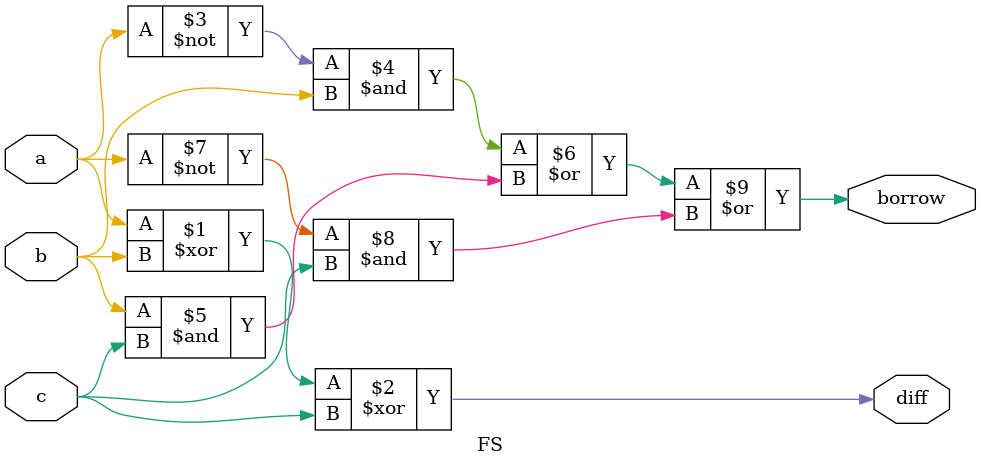
<source format=v>
module FS(a,b,c,diff,borrow);
  input a,b,c;
  output diff,borrow;
  assign diff=a^b^c;
  assign borrow=(~a&b)|(b&c)|(~a&c);
endmodule

</source>
